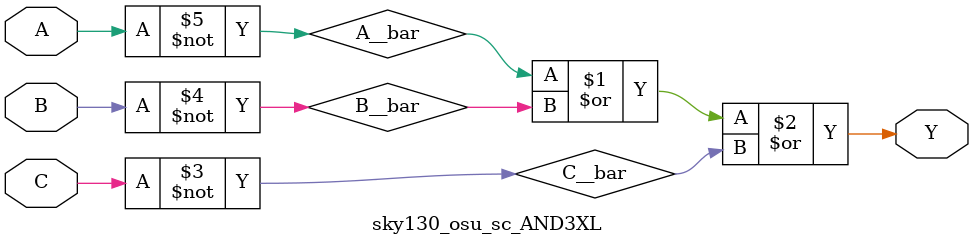
<source format=v>
`timescale 1ns/10ps
`celldefine
module sky130_osu_sc_AND3XL (Y, A, B, C);
	output Y;
	input A, B, C;

	// Function
	wire A__bar, B__bar, C__bar;

	not (C__bar, C);
	not (B__bar, B);
	not (A__bar, A);
	or (Y, A__bar, B__bar, C__bar);

	// Timing
	specify
		(A => Y) = 0;
		(B => Y) = 0;
		(C => Y) = 0;
	endspecify
endmodule
`endcelldefine


</source>
